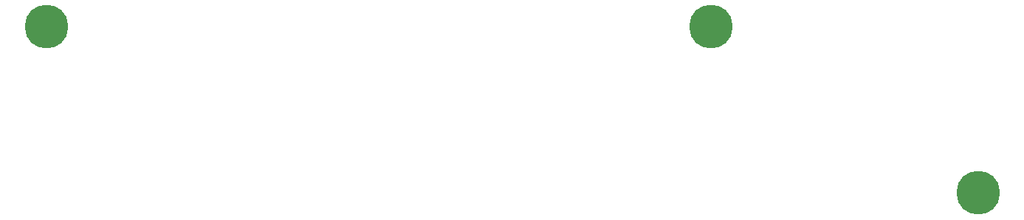
<source format=gbr>
%TF.GenerationSoftware,KiCad,Pcbnew,(5.99.0-11145-g173c9a974c)*%
%TF.CreationDate,2021-07-27T16:23:05-07:00*%
%TF.ProjectId,minibaen r2-plate,6d696e69-6261-4656-9e20-72322d706c61,rev?*%
%TF.SameCoordinates,Original*%
%TF.FileFunction,Soldermask,Top*%
%TF.FilePolarity,Negative*%
%FSLAX46Y46*%
G04 Gerber Fmt 4.6, Leading zero omitted, Abs format (unit mm)*
G04 Created by KiCad (PCBNEW (5.99.0-11145-g173c9a974c)) date 2021-07-27 16:23:05*
%MOMM*%
%LPD*%
G01*
G04 APERTURE LIST*
%ADD10C,5.000000*%
G04 APERTURE END LIST*
D10*
%TO.C,H1*%
X59321000Y-47625000D03*
%TD*%
%TO.C,H2*%
X135521000Y-47625000D03*
%TD*%
%TO.C,H3*%
X166171000Y-66675000D03*
%TD*%
M02*

</source>
